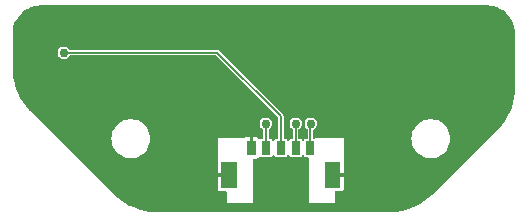
<source format=gbl>
G04 --- HEADER BEGIN --- *
G04 #@! TF.GenerationSoftware,LibrePCB,LibrePCB,1.1.0*
G04 #@! TF.CreationDate,2024-04-23T21:30:37*
G04 #@! TF.ProjectId,interfaceboard,7d1f5418-6340-4453-96b2-d8471fb3e645,version_1*
G04 #@! TF.Part,Single*
G04 #@! TF.SameCoordinates*
G04 #@! TF.FileFunction,Copper,L2,Bot*
G04 #@! TF.FilePolarity,Positive*
%FSLAX66Y66*%
%MOMM*%
G01*
G75*
G04 --- HEADER END --- *
G04 --- APERTURE LIST BEGIN --- *
G04 #@! TA.AperFunction,SMDPad,CuDef*
%ADD10R,0.8X1.2*%
%ADD11R,1.3X2.15*%
G04 #@! TA.AperFunction,ViaPad*
%ADD12C,0.7564*%
G04 #@! TA.AperFunction,Conductor*
%ADD13C,0.1524*%
%ADD14C,0.01*%
G04 #@! TD*
G04 --- APERTURE LIST END --- *
G04 --- BOARD BEGIN --- *
D10*
G04 #@! TO.N,GND*
G04 #@! TO.C,J1*
G04 #@! TO.P,J1,5,5*
X36870000Y44930000D03*
G04 #@! TO.N,BTN*
G04 #@! TO.P,J1,2,2*
X40620000Y44930000D03*
G04 #@! TO.N,VCC*
G04 #@! TO.P,J1,1,1*
X41870000Y44930000D03*
G04 #@! TO.N,RST*
G04 #@! TO.P,J1,4,4*
X38120000Y44930000D03*
G04 #@! TO.N,LED*
G04 #@! TO.P,J1,3,3*
X39370000Y44930000D03*
D11*
G04 #@! TO.N,GND*
G04 #@! TO.P,J1,S2,SHIELD2*
X43770000Y42635000D03*
G04 #@! TO.P,J1,S1,SHIELD1*
X34970000Y42635000D03*
D12*
G04 #@! TD.C*
G04 #@! TD.P*
X57150000Y54610000D03*
X26670000Y54610000D03*
G04 #@! TO.N,BTN*
X40640000Y46990000D03*
D13*
X40620000Y46970000D02*
X40640000Y46990000D01*
X40620000Y44930000D02*
X40620000Y46970000D01*
D12*
G04 #@! TO.N,GND*
X46990000Y54610000D03*
G04 #@! TO.N,LED*
X21000000Y53000000D03*
D13*
X21000000Y53000000D02*
X34000000Y53000000D01*
X39370000Y47630000D02*
X39370000Y44930000D01*
X34000000Y53000000D02*
X39370000Y47630000D01*
D12*
G04 #@! TO.N,VCC*
X41910000Y46990000D03*
D13*
X41870000Y44930000D02*
X41870000Y46950000D01*
X41870000Y46950000D02*
X41910000Y46990000D01*
D12*
G04 #@! TO.N,RST*
X38100000Y46990000D03*
D13*
X38100000Y44950000D02*
X38100000Y46990000D01*
X38120000Y44930000D02*
X38100000Y44950000D01*
D12*
G04 #@! TO.N,GND*
X30000000Y45000000D03*
X41000000Y43000000D03*
X36830000Y54610000D03*
D14*
G04 #@! TA.AperFunction,Conductor*
G36*
X16662400Y51606047D02*
X16662473Y51602723D01*
X16680846Y51181910D01*
X16681425Y51175288D01*
X16735754Y50762616D01*
X16736908Y50756069D01*
X16826998Y50349701D01*
X16828719Y50343280D01*
X16953881Y49946319D01*
X16956154Y49940073D01*
X17115445Y49555510D01*
X17118255Y49549485D01*
X17310438Y49180303D01*
X17313761Y49174546D01*
X17537411Y48823485D01*
X17541224Y48818040D01*
X17794608Y48487823D01*
X17798881Y48482731D01*
X18083454Y48172175D01*
X18085753Y48169773D01*
X25309773Y40945753D01*
X25312175Y40943454D01*
X25622731Y40658882D01*
X25627823Y40654609D01*
X25958035Y40401229D01*
X25963480Y40397416D01*
X26314552Y40173758D01*
X26320309Y40170435D01*
X26549367Y40051195D01*
X26549367Y44072220D01*
X26543697Y44072645D01*
X26305127Y44108604D01*
X26299581Y44109869D01*
X26069038Y44180983D01*
X26063740Y44183062D01*
X25846366Y44287744D01*
X25841446Y44290585D01*
X25642094Y44426501D01*
X25637663Y44430034D01*
X25460791Y44594148D01*
X25456929Y44598310D01*
X25306507Y44786933D01*
X25303291Y44791651D01*
X25182665Y45000580D01*
X25180198Y45005703D01*
X25092052Y45230297D01*
X25090379Y45235720D01*
X25036688Y45470953D01*
X25035843Y45476560D01*
X25017813Y45717158D01*
X25017813Y45722842D01*
X25035843Y45963440D01*
X25036688Y45969047D01*
X25090377Y46204276D01*
X25092052Y46209705D01*
X25180200Y46434301D01*
X25182664Y46439418D01*
X25303291Y46648349D01*
X25306507Y46653067D01*
X25456929Y46841690D01*
X25460791Y46845852D01*
X25637663Y47009966D01*
X25642094Y47013499D01*
X25841446Y47149415D01*
X25846366Y47152256D01*
X26063739Y47256938D01*
X26069037Y47259017D01*
X26299581Y47330131D01*
X26305127Y47331396D01*
X26543697Y47367355D01*
X26549367Y47367780D01*
X26790633Y47367780D01*
X26796303Y47367355D01*
X27034873Y47331396D01*
X27040419Y47330131D01*
X27270962Y47259017D01*
X27276260Y47256938D01*
X27493634Y47152256D01*
X27498554Y47149415D01*
X27697906Y47013499D01*
X27702337Y47009966D01*
X27879209Y46845852D01*
X27883071Y46841690D01*
X28033493Y46653067D01*
X28036709Y46648349D01*
X28157335Y46439420D01*
X28159802Y46434297D01*
X28247948Y46209703D01*
X28249621Y46204280D01*
X28303312Y45969047D01*
X28304157Y45963440D01*
X28322187Y45722842D01*
X28322187Y45717158D01*
X28304157Y45476560D01*
X28303312Y45470953D01*
X28249623Y45235724D01*
X28247948Y45230295D01*
X28159800Y45005699D01*
X28157336Y45000582D01*
X28036709Y44791651D01*
X28033493Y44786933D01*
X27883071Y44598310D01*
X27879209Y44594148D01*
X27702337Y44430034D01*
X27697906Y44426501D01*
X27498554Y44290585D01*
X27493634Y44287744D01*
X27276261Y44183062D01*
X27270963Y44180983D01*
X27040419Y44109869D01*
X27034873Y44108604D01*
X26796303Y44072645D01*
X26790633Y44072220D01*
X26549367Y44072220D01*
X26549367Y40051195D01*
X26689485Y39978255D01*
X26695510Y39975445D01*
X27080073Y39816154D01*
X27086319Y39813881D01*
X27483280Y39688719D01*
X27489701Y39686998D01*
X27896069Y39596908D01*
X27902616Y39595754D01*
X28315288Y39541426D01*
X28321910Y39540847D01*
X28742724Y39522473D01*
X28746048Y39522400D01*
X34834035Y39522400D01*
X34834035Y40260000D01*
X34825907Y40263099D01*
X34820000Y40276286D01*
X34820000Y41183801D01*
X34800656Y41234533D01*
X34743801Y41260000D01*
X34322992Y41260000D01*
X34317046Y41260468D01*
X34233218Y41273745D01*
X34221952Y41277405D01*
X34149005Y41314574D01*
X34139425Y41321534D01*
X34081534Y41379425D01*
X34074574Y41389005D01*
X34037405Y41461952D01*
X34033745Y41473218D01*
X34020468Y41557046D01*
X34020000Y41562992D01*
X34020000Y42470960D01*
X34023099Y42479088D01*
X34036286Y42484995D01*
X34320000Y42484995D01*
X34320000Y41560000D01*
X35620000Y41560000D01*
X35620000Y43710000D01*
X34320000Y43710000D01*
X34320000Y42785005D01*
X34034035Y42785005D01*
X34025907Y42788104D01*
X34020000Y42801291D01*
X34020000Y45715965D01*
X34023099Y45724093D01*
X34036286Y45730000D01*
X36219396Y45730000D01*
X36273277Y45752318D01*
X36289425Y45768466D01*
X36299005Y45775426D01*
X36371952Y45812595D01*
X36383218Y45816255D01*
X36467046Y45829532D01*
X36472992Y45830000D01*
X36705960Y45830000D01*
X36714088Y45826901D01*
X36719995Y45813714D01*
X36719995Y45530000D01*
X36470000Y45530000D01*
X36470000Y44330000D01*
X37270000Y44330000D01*
X37270000Y45530000D01*
X37020005Y45530000D01*
X37020005Y45815965D01*
X37023104Y45824093D01*
X37036291Y45830000D01*
X37267008Y45830000D01*
X37272954Y45829532D01*
X37356782Y45816255D01*
X37368048Y45812595D01*
X37440995Y45775426D01*
X37450575Y45768466D01*
X37508466Y45710575D01*
X37515430Y45700990D01*
X37525122Y45681969D01*
X37565390Y45645548D01*
X37635349Y45653206D01*
X37655440Y45666630D01*
X37669038Y45672263D01*
X37716332Y45681670D01*
X37723741Y45682400D01*
X37795201Y45682400D01*
X37845933Y45701744D01*
X37871400Y45758599D01*
X37871400Y46466057D01*
X37834416Y46530117D01*
X37834700Y46530487D01*
X37833806Y46531173D01*
X37833302Y46532046D01*
X37830742Y46533524D01*
X37728772Y46611768D01*
X37721768Y46618772D01*
X37643524Y46720742D01*
X37638578Y46729309D01*
X37589391Y46848058D01*
X37586828Y46857622D01*
X37570052Y46985048D01*
X37570052Y46994952D01*
X37586828Y47122378D01*
X37589391Y47131942D01*
X37638578Y47250691D01*
X37643524Y47259258D01*
X37721768Y47361228D01*
X37728772Y47368232D01*
X37830742Y47446476D01*
X37839309Y47451422D01*
X37958058Y47500609D01*
X37967622Y47503172D01*
X38095048Y47519948D01*
X38104952Y47519948D01*
X38232378Y47503172D01*
X38241942Y47500609D01*
X38360691Y47451422D01*
X38369258Y47446476D01*
X38471228Y47368232D01*
X38478232Y47361228D01*
X38556476Y47259258D01*
X38561422Y47250691D01*
X38610609Y47131942D01*
X38613172Y47122378D01*
X38629948Y46994952D01*
X38629948Y46985048D01*
X38613172Y46857622D01*
X38610609Y46848058D01*
X38561422Y46729309D01*
X38556476Y46720742D01*
X38478232Y46618772D01*
X38471228Y46611768D01*
X38369258Y46533524D01*
X38366698Y46532046D01*
X38366194Y46531173D01*
X38365300Y46530487D01*
X38365584Y46530117D01*
X38328600Y46466057D01*
X38328600Y45758599D01*
X38347944Y45707867D01*
X38404799Y45682400D01*
X38516259Y45682400D01*
X38523668Y45681670D01*
X38570962Y45672263D01*
X38584560Y45666630D01*
X38621522Y45641933D01*
X38631933Y45631522D01*
X38656630Y45594560D01*
X38662263Y45580962D01*
X38670265Y45540733D01*
X38699135Y45494749D01*
X38751291Y45479660D01*
X38800253Y45503126D01*
X38819735Y45540733D01*
X38827737Y45580962D01*
X38833370Y45594560D01*
X38858067Y45631522D01*
X38868478Y45641933D01*
X38905440Y45666630D01*
X38919038Y45672263D01*
X38966332Y45681670D01*
X38973741Y45682400D01*
X39065201Y45682400D01*
X39115933Y45701744D01*
X39141400Y45758599D01*
X39141400Y47503748D01*
X39119082Y47557629D01*
X33927629Y52749082D01*
X33873748Y52771400D01*
X21523943Y52771400D01*
X21459883Y52734416D01*
X21459513Y52734700D01*
X21458827Y52733806D01*
X21457954Y52733302D01*
X21456476Y52730742D01*
X21378232Y52628772D01*
X21371228Y52621768D01*
X21269258Y52543524D01*
X21260691Y52538578D01*
X21141942Y52489391D01*
X21132378Y52486828D01*
X21004952Y52470052D01*
X20995048Y52470052D01*
X20867622Y52486828D01*
X20858058Y52489391D01*
X20739309Y52538578D01*
X20730742Y52543524D01*
X20628772Y52621768D01*
X20621768Y52628772D01*
X20543524Y52730742D01*
X20538578Y52739309D01*
X20489391Y52858058D01*
X20486828Y52867622D01*
X20470052Y52995048D01*
X20470052Y53004952D01*
X20486828Y53132378D01*
X20489391Y53141942D01*
X20538578Y53260691D01*
X20543524Y53269258D01*
X20621768Y53371228D01*
X20628772Y53378232D01*
X20730742Y53456476D01*
X20739309Y53461422D01*
X20858058Y53510609D01*
X20867622Y53513172D01*
X20995048Y53529948D01*
X21004952Y53529948D01*
X21132378Y53513172D01*
X21141942Y53510609D01*
X21260691Y53461422D01*
X21269258Y53456476D01*
X21371228Y53378232D01*
X21378232Y53371228D01*
X21456476Y53269258D01*
X21457954Y53266698D01*
X21458827Y53266194D01*
X21459513Y53265300D01*
X21459883Y53265584D01*
X21523943Y53228600D01*
X33996751Y53228600D01*
X34000037Y53227129D01*
X34007381Y53227133D01*
X34080124Y53212663D01*
X34093722Y53207030D01*
X34129902Y53182855D01*
X34155391Y53165823D01*
X34160582Y53160628D01*
X34164352Y53158937D01*
X39529344Y47793945D01*
X39530629Y47790578D01*
X39535828Y47785384D01*
X39577028Y47723723D01*
X39582663Y47710120D01*
X39597870Y47633669D01*
X39598600Y47626259D01*
X39598600Y45758599D01*
X39617944Y45707867D01*
X39674799Y45682400D01*
X39766259Y45682400D01*
X39773668Y45681670D01*
X39820962Y45672263D01*
X39834560Y45666630D01*
X39871522Y45641933D01*
X39881933Y45631522D01*
X39906630Y45594560D01*
X39912263Y45580962D01*
X39920265Y45540733D01*
X39949135Y45494749D01*
X40001291Y45479660D01*
X40050253Y45503126D01*
X40069735Y45540733D01*
X40077737Y45580962D01*
X40083370Y45594560D01*
X40108067Y45631522D01*
X40118478Y45641933D01*
X40155440Y45666630D01*
X40169038Y45672263D01*
X40216332Y45681670D01*
X40223741Y45682400D01*
X40315201Y45682400D01*
X40365933Y45701744D01*
X40391400Y45758599D01*
X40391400Y46480095D01*
X40361588Y46540548D01*
X40268772Y46611768D01*
X40261768Y46618772D01*
X40183524Y46720742D01*
X40178578Y46729309D01*
X40129391Y46848058D01*
X40126828Y46857622D01*
X40110052Y46985048D01*
X40110052Y46994952D01*
X40126828Y47122378D01*
X40129391Y47131942D01*
X40178578Y47250691D01*
X40183524Y47259258D01*
X40261768Y47361228D01*
X40268772Y47368232D01*
X40370742Y47446476D01*
X40379309Y47451422D01*
X40498058Y47500609D01*
X40507622Y47503172D01*
X40635048Y47519948D01*
X40644952Y47519948D01*
X40772378Y47503172D01*
X40781942Y47500609D01*
X40900691Y47451422D01*
X40909258Y47446476D01*
X41011228Y47368232D01*
X41018232Y47361228D01*
X41096476Y47259258D01*
X41101422Y47250691D01*
X41150609Y47131942D01*
X41153172Y47122378D01*
X41169948Y46994952D01*
X41169948Y46985048D01*
X41153172Y46857622D01*
X41150609Y46848058D01*
X41101422Y46729309D01*
X41096476Y46720742D01*
X41018232Y46618772D01*
X41011228Y46611768D01*
X40909258Y46533524D01*
X40900689Y46528577D01*
X40895637Y46526484D01*
X40856170Y46489197D01*
X40848600Y46456086D01*
X40848600Y45758599D01*
X40867944Y45707867D01*
X40924799Y45682400D01*
X41016259Y45682400D01*
X41023668Y45681670D01*
X41070962Y45672263D01*
X41084560Y45666630D01*
X41121522Y45641933D01*
X41131933Y45631522D01*
X41156630Y45594560D01*
X41162263Y45580962D01*
X41170265Y45540733D01*
X41199135Y45494749D01*
X41251291Y45479660D01*
X41300253Y45503126D01*
X41319735Y45540733D01*
X41327737Y45580962D01*
X41333370Y45594560D01*
X41358067Y45631522D01*
X41368478Y45641933D01*
X41405440Y45666630D01*
X41419038Y45672263D01*
X41466332Y45681670D01*
X41473741Y45682400D01*
X41565201Y45682400D01*
X41615933Y45701744D01*
X41641400Y45758599D01*
X41641400Y46495442D01*
X41611588Y46555895D01*
X41538772Y46611768D01*
X41531768Y46618772D01*
X41453524Y46720742D01*
X41448578Y46729309D01*
X41399391Y46848058D01*
X41396828Y46857622D01*
X41380052Y46985048D01*
X41380052Y46994952D01*
X41396828Y47122378D01*
X41399391Y47131942D01*
X41448578Y47250691D01*
X41453524Y47259258D01*
X41531768Y47361228D01*
X41538772Y47368232D01*
X41640742Y47446476D01*
X41649309Y47451422D01*
X41768058Y47500609D01*
X41777622Y47503172D01*
X41905048Y47519948D01*
X41914952Y47519948D01*
X42042378Y47503172D01*
X42051942Y47500609D01*
X42170691Y47451422D01*
X42179258Y47446476D01*
X42281228Y47368232D01*
X42288232Y47361228D01*
X42366476Y47259258D01*
X42371422Y47250691D01*
X42420609Y47131942D01*
X42423172Y47122378D01*
X42439948Y46994952D01*
X42439948Y46985048D01*
X42423172Y46857622D01*
X42420609Y46848058D01*
X42371422Y46729309D01*
X42366476Y46720742D01*
X42288232Y46618772D01*
X42281228Y46611768D01*
X42179258Y46533524D01*
X42170691Y46528578D01*
X42145639Y46518201D01*
X42106171Y46480915D01*
X42098600Y46447802D01*
X42098600Y45758599D01*
X42117944Y45707867D01*
X42174799Y45682400D01*
X42204706Y45682400D01*
X42255438Y45701744D01*
X42269825Y45722627D01*
X42286286Y45730000D01*
X44705965Y45730000D01*
X44714093Y45726901D01*
X44720000Y45713714D01*
X44720000Y42799040D01*
X44716901Y42790912D01*
X44703714Y42785005D01*
X44420000Y42785005D01*
X44420000Y43710000D01*
X43120000Y43710000D01*
X43120000Y41560000D01*
X44420000Y41560000D01*
X44420000Y42484995D01*
X44705965Y42484995D01*
X44714093Y42481896D01*
X44720000Y42468709D01*
X44720000Y41562992D01*
X44719532Y41557046D01*
X44706255Y41473218D01*
X44702595Y41461952D01*
X44665426Y41389005D01*
X44658466Y41379425D01*
X44600575Y41321534D01*
X44590995Y41314574D01*
X44518048Y41277405D01*
X44506782Y41273745D01*
X44422954Y41260468D01*
X44417008Y41260000D01*
X43996199Y41260000D01*
X43945467Y41240656D01*
X43920000Y41183801D01*
X43920000Y40274035D01*
X43916901Y40265907D01*
X43903714Y40260000D01*
X41734035Y40260000D01*
X41725907Y40263099D01*
X41720000Y40276286D01*
X41720000Y44101401D01*
X41700656Y44152133D01*
X41643801Y44177600D01*
X41473741Y44177600D01*
X41466332Y44178330D01*
X41419038Y44187737D01*
X41405440Y44193370D01*
X41368478Y44218067D01*
X41358067Y44228478D01*
X41333370Y44265440D01*
X41327737Y44279038D01*
X41319735Y44319267D01*
X41290865Y44365251D01*
X41238709Y44380340D01*
X41189747Y44356874D01*
X41170265Y44319267D01*
X41162263Y44279038D01*
X41156630Y44265440D01*
X41131933Y44228478D01*
X41121522Y44218067D01*
X41084560Y44193370D01*
X41070962Y44187737D01*
X41023668Y44178330D01*
X41016259Y44177600D01*
X40223741Y44177600D01*
X40216332Y44178330D01*
X40169038Y44187737D01*
X40155440Y44193370D01*
X40118478Y44218067D01*
X40108067Y44228478D01*
X40083370Y44265440D01*
X40077737Y44279038D01*
X40069735Y44319267D01*
X40040865Y44365251D01*
X39988709Y44380340D01*
X39939747Y44356874D01*
X39920265Y44319267D01*
X39912263Y44279038D01*
X39906630Y44265440D01*
X39881933Y44228478D01*
X39871522Y44218067D01*
X39834560Y44193370D01*
X39820962Y44187737D01*
X39773668Y44178330D01*
X39766259Y44177600D01*
X38973741Y44177600D01*
X38966332Y44178330D01*
X38919038Y44187737D01*
X38905440Y44193370D01*
X38868478Y44218067D01*
X38858067Y44228478D01*
X38833370Y44265440D01*
X38827737Y44279038D01*
X38819735Y44319267D01*
X38790865Y44365251D01*
X38738709Y44380340D01*
X38689747Y44356874D01*
X38670265Y44319267D01*
X38662263Y44279038D01*
X38656630Y44265440D01*
X38631933Y44228478D01*
X38621522Y44218067D01*
X38584560Y44193370D01*
X38570962Y44187737D01*
X38523668Y44178330D01*
X38516259Y44177600D01*
X37723741Y44177600D01*
X37716332Y44178330D01*
X37669038Y44187737D01*
X37655440Y44193370D01*
X37635349Y44206794D01*
X37582419Y44218896D01*
X37525122Y44178031D01*
X37515430Y44159010D01*
X37508466Y44149425D01*
X37450575Y44091534D01*
X37440995Y44084574D01*
X37368048Y44047405D01*
X37356782Y44043745D01*
X37272954Y44030468D01*
X37267008Y44030000D01*
X37096199Y44030000D01*
X37045467Y44010656D01*
X37020000Y43953801D01*
X37020000Y40274035D01*
X37016901Y40265907D01*
X37003714Y40260000D01*
X34834035Y40260000D01*
X34834035Y39522400D01*
X48723953Y39522400D01*
X48727277Y39522473D01*
X49148090Y39540846D01*
X49154712Y39541425D01*
X49567384Y39595754D01*
X49573931Y39596908D01*
X49980299Y39686998D01*
X49986720Y39688719D01*
X50383681Y39813881D01*
X50389927Y39816154D01*
X50774490Y39975445D01*
X50780515Y39978255D01*
X51149697Y40170438D01*
X51155454Y40173761D01*
X51506515Y40397411D01*
X51511960Y40401224D01*
X51842177Y40654608D01*
X51847269Y40658881D01*
X51949367Y40752436D01*
X51949367Y44072220D01*
X51943697Y44072645D01*
X51705127Y44108604D01*
X51699581Y44109869D01*
X51469038Y44180983D01*
X51463740Y44183062D01*
X51246366Y44287744D01*
X51241446Y44290585D01*
X51042094Y44426501D01*
X51037663Y44430034D01*
X50860791Y44594148D01*
X50856929Y44598310D01*
X50706507Y44786933D01*
X50703291Y44791651D01*
X50582665Y45000580D01*
X50580198Y45005703D01*
X50492052Y45230297D01*
X50490379Y45235720D01*
X50436688Y45470953D01*
X50435843Y45476560D01*
X50417813Y45717158D01*
X50417813Y45722842D01*
X50435843Y45963440D01*
X50436688Y45969047D01*
X50490377Y46204276D01*
X50492052Y46209705D01*
X50580200Y46434301D01*
X50582664Y46439418D01*
X50703291Y46648349D01*
X50706507Y46653067D01*
X50856929Y46841690D01*
X50860791Y46845852D01*
X51037663Y47009966D01*
X51042094Y47013499D01*
X51241446Y47149415D01*
X51246366Y47152256D01*
X51463739Y47256938D01*
X51469037Y47259017D01*
X51699581Y47330131D01*
X51705127Y47331396D01*
X51943697Y47367355D01*
X51949367Y47367780D01*
X52190633Y47367780D01*
X52196303Y47367355D01*
X52434873Y47331396D01*
X52440419Y47330131D01*
X52670962Y47259017D01*
X52676260Y47256938D01*
X52893634Y47152256D01*
X52898554Y47149415D01*
X53097906Y47013499D01*
X53102337Y47009966D01*
X53279209Y46845852D01*
X53283071Y46841690D01*
X53433493Y46653067D01*
X53436709Y46648349D01*
X53557335Y46439420D01*
X53559802Y46434297D01*
X53647948Y46209703D01*
X53649621Y46204280D01*
X53703312Y45969047D01*
X53704157Y45963440D01*
X53722187Y45722842D01*
X53722187Y45717158D01*
X53704157Y45476560D01*
X53703312Y45470953D01*
X53649623Y45235724D01*
X53647948Y45230295D01*
X53559800Y45005699D01*
X53557336Y45000582D01*
X53436709Y44791651D01*
X53433493Y44786933D01*
X53283071Y44598310D01*
X53279209Y44594148D01*
X53102337Y44430034D01*
X53097906Y44426501D01*
X52898554Y44290585D01*
X52893634Y44287744D01*
X52676261Y44183062D01*
X52670963Y44180983D01*
X52440419Y44109869D01*
X52434873Y44108604D01*
X52196303Y44072645D01*
X52190633Y44072220D01*
X51949367Y44072220D01*
X51949367Y40752436D01*
X52157825Y40943454D01*
X52160227Y40945753D01*
X57784247Y46569773D01*
X57786546Y46572175D01*
X58071118Y46882731D01*
X58075391Y46887823D01*
X58328771Y47218035D01*
X58332584Y47223480D01*
X58556242Y47574552D01*
X58559565Y47580309D01*
X58751745Y47949485D01*
X58754555Y47955510D01*
X58913846Y48340073D01*
X58916119Y48346319D01*
X59041281Y48743280D01*
X59043002Y48749701D01*
X59133092Y49156069D01*
X59134246Y49162616D01*
X59188574Y49575288D01*
X59189153Y49581910D01*
X59207527Y50002724D01*
X59207600Y50006048D01*
X59207600Y54633091D01*
X59207461Y54637692D01*
X59190485Y54918335D01*
X59189376Y54927469D01*
X59139943Y55197220D01*
X59137741Y55206155D01*
X59056154Y55467975D01*
X59052891Y55476578D01*
X58940342Y55726651D01*
X58936066Y55734799D01*
X58794195Y55969483D01*
X58788968Y55977055D01*
X58619838Y56192934D01*
X58613736Y56199822D01*
X58419822Y56393736D01*
X58412934Y56399838D01*
X58197055Y56568968D01*
X58189483Y56574195D01*
X57954799Y56716066D01*
X57946651Y56720342D01*
X57696578Y56832891D01*
X57687975Y56836154D01*
X57426155Y56917741D01*
X57417220Y56919943D01*
X57147469Y56969376D01*
X57138335Y56970485D01*
X56857692Y56987461D01*
X56853091Y56987600D01*
X19016909Y56987600D01*
X19012308Y56987461D01*
X18731665Y56970485D01*
X18722531Y56969376D01*
X18452780Y56919943D01*
X18443845Y56917741D01*
X18182025Y56836154D01*
X18173422Y56832891D01*
X17923349Y56720342D01*
X17915201Y56716066D01*
X17680517Y56574195D01*
X17672945Y56568968D01*
X17457066Y56399838D01*
X17450178Y56393736D01*
X17256264Y56199822D01*
X17250162Y56192934D01*
X17081032Y55977055D01*
X17075805Y55969483D01*
X16933934Y55734799D01*
X16929658Y55726651D01*
X16817109Y55476578D01*
X16813846Y55467975D01*
X16732259Y55206155D01*
X16730057Y55197220D01*
X16680624Y54927469D01*
X16679515Y54918335D01*
X16662539Y54637692D01*
X16662400Y54633091D01*
X16662400Y51606047D01*
G37*
G04 --- BOARD END --- *
G04 #@! TF.MD5,95c2124e3c62908a0332db3a288ffc35*
M02*

</source>
